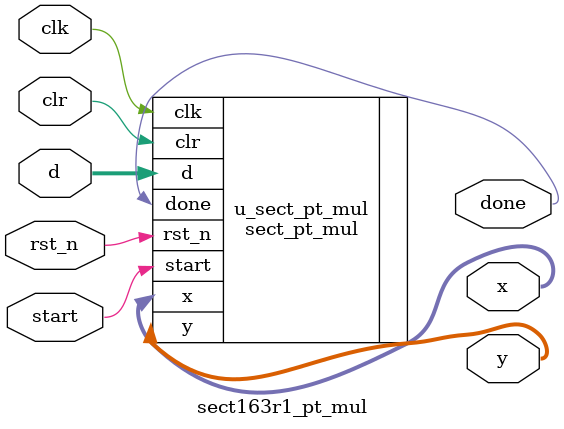
<source format=v>


module sect163r1_pt_mul (
    // System signals
    input clk,                      // system clock
    input rst_n,                    // system asynchronous reset, active low
    input clr,                      // synchronous clear

    // Data interface
    input start,                    // computation start
    input [162:0] d,                // input scalar
    output done,                    // computation done
    output [162:0] x,               // output x coordinate of d*G
    output [162:0] y                // output y coordinate of d*G
);

// Local parameters
localparam M = 163;                 // degree of f(x)
localparam FX = 163'hc9;            // binary representation of f(x)
localparam B = 163'h713612dcddcb40aab946bda29ca91f73af958afd9;          // coefficient b of E
localparam XG = 163'h369979697ab43897789566789567f787a7876a654;         // x coordinate of G
localparam YG = 163'h435edb42efafb2989d51fefce3c80988f41ff883;          // y coordinate of G
localparam XG_SQR = 163'h44c23088e1c4c59c9ff4273ffb10db5daa44bf95;      // squaring of x coordinate of G
localparam XG_INV = 163'h2d2d447511f3798538ad32245fec70b1a63030bb5;     // inversion of x coordinate of G
localparam NUM_CYCLE_MUL = 3;       // number of computation cycles minus 1 in f2m_mul module (= NUM_SEG)


// Instance
sect_pt_mul #(
    .M              (M),
    .FX             (FX),
    .B              (B),
    .XG             (XG),
    .YG             (YG),
    .XG_SQR         (XG_SQR),
    .XG_INV         (XG_INV),
    .NUM_CYCLE_MUL  (NUM_CYCLE_MUL)
) u_sect_pt_mul (
    .clk            (clk),
    .rst_n          (rst_n),
    .clr            (clr),
    .start          (start),
    .d              (d),
    .done           (done),
    .x              (x),
    .y              (y)
);


endmodule

</source>
